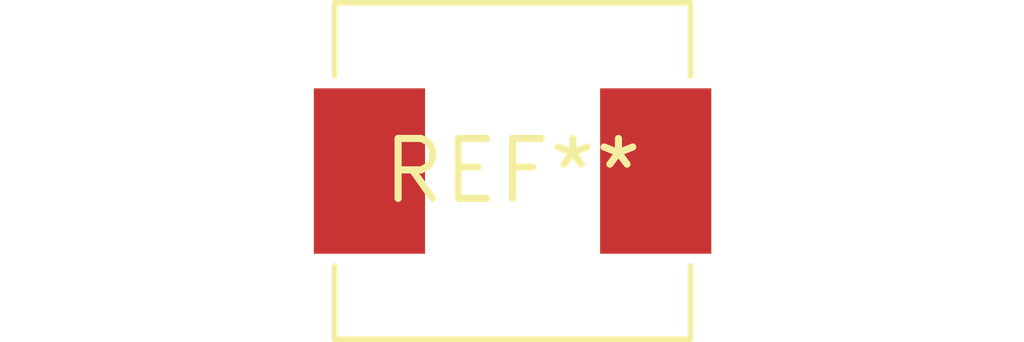
<source format=kicad_pcb>
(kicad_pcb (version 20240108) (generator pcbnew)
  (layers (0 "F.Cu" signal) (31 "B.Cu" signal) (34 "B.Paste" user) (35 "F.Paste" user) (36 "B.SilkS" user "B.Silkscreen") (37 "F.SilkS" user "F.Silkscreen") (38 "B.Mask" user) (39 "F.Mask" user) (44 "Edge.Cuts" user))
  (net 0 "")
  (footprint "L_Sunlord_MWSA0624S" (layer "F.Cu") (at 0 0)
    (property "Reference" "REF**")
    (property "Value" "L_Sunlord_MWSA0624S")
    (fp_line (start -3.76 -3.56) (end -3.76 -2.01) (layer "F.SilkS") (stroke (width 0.12)))
    (fp_line (start -3.76 -3.56) (end 3.76 -3.56) (layer "F.SilkS") (stroke (width 0.12)))
    (fp_line (start -3.76 3.56) (end -3.76 2.01) (layer "F.SilkS") (stroke (width 0.12)))
    (fp_line (start -3.76 3.56) (end 3.76 3.56) (layer "F.SilkS") (stroke (width 0.12)))
    (fp_line (start 3.76 -3.56) (end 3.76 -2.01) (layer "F.SilkS") (stroke (width 0.12)))
    (fp_line (start 3.76 3.56) (end 3.76 2.01) (layer "F.SilkS") (stroke (width 0.12)))
    (pad "1" smd rect (at -3.025 0) (size 2.35 3.5) (layers "F.Cu" "F.Paste" "F.Mask"))
    (pad "2" smd rect (at 3.025 0) (size 2.35 3.5) (layers "F.Cu" "F.Paste" "F.Mask"))
  )
)
</source>
